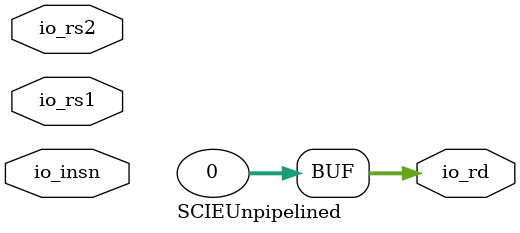
<source format=v>
module SCIEUnpipelined(
  input  [31:0] io_insn,
  input  [31:0] io_rs1,
  input  [31:0] io_rs2,
  output [31:0] io_rd
);
  assign io_rd = 32'h0; // @[SCIEUnpipelined.scala 18:9]
endmodule

</source>
